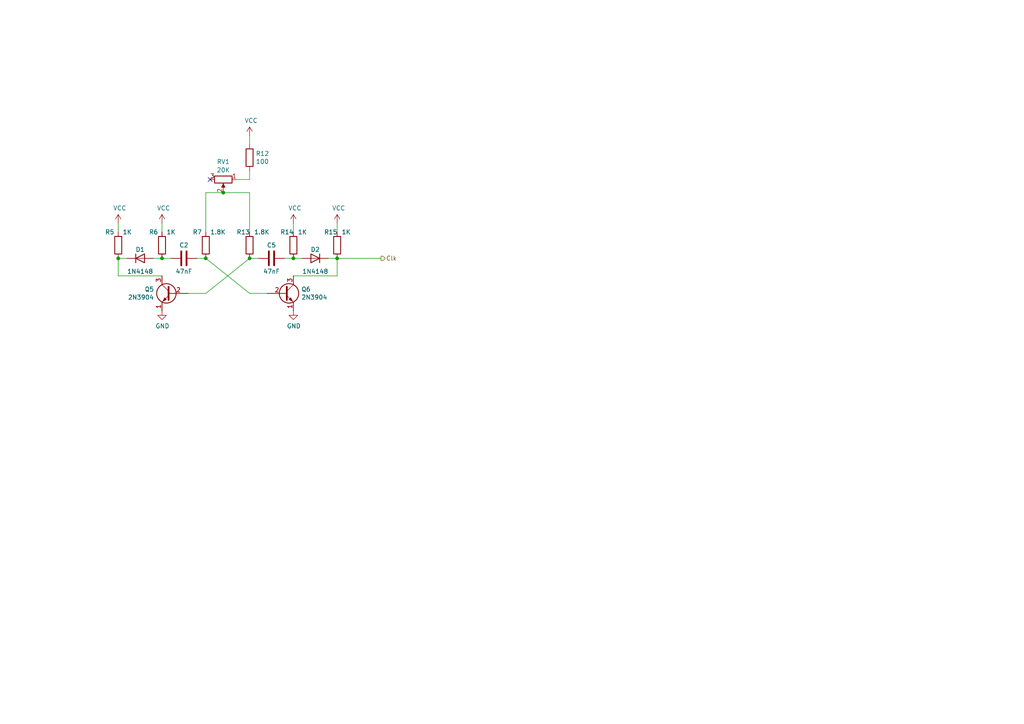
<source format=kicad_sch>
(kicad_sch (version 20230121) (generator eeschema)
  (paper "A4")
  (lib_symbols
    (symbol "Device:C" (pin_numbers hide) (pin_names (offset 0.254))
      (property "Reference" "C" (at 0.635 2.54 0))
      (property "Value" "C" (at 0.635 -2.54 0))
      (symbol "C_0_1"
        (polyline (pts (xy -2.032 -0.762) (xy 2.032 -0.762)) (stroke (width 0.508)))
        (polyline (pts (xy -2.032 0.762) (xy 2.032 0.762)) (stroke (width 0.508)))
      )
      (symbol "C_1_1"
        (pin passive line (at 0 3.81 270) (length 2.794) (name "~") (number "1"))
        (pin passive line (at 0 -3.81 90) (length 2.794) (name "~") (number "2"))
      )
    )
    (symbol "Device:D" (pin_numbers hide) (pin_names (offset 1.016) hide)
      (property "Reference" "D" (at 0 2.54 0))
      (property "Value" "D" (at 0 -2.54 0))
      (symbol "D_0_1"
        (polyline (pts (xy -1.27 1.27) (xy -1.27 -1.27)) (stroke (width 0.254)))
        (polyline (pts (xy 1.27 0) (xy -1.27 0)))
        (polyline (pts (xy 1.27 1.27) (xy 1.27 -1.27) (xy -1.27 0) (xy 1.27 1.27)) (stroke (width 0.254)))
      )
      (symbol "D_1_1"
        (pin passive line (at -3.81 0 0) (length 2.54) (name "K") (number "1"))
        (pin passive line (at 3.81 0 180) (length 2.54) (name "A") (number "2"))
      )
    )
    (symbol "Device:R" (pin_numbers hide) (pin_names (offset 0))
      (property "Reference" "R" (at 2.032 0 90))
      (property "Value" "R" (at 0 0 90))
      (symbol "R_0_1"
        (rectangle (start -1.016 -2.54) (end 1.016 2.54) (stroke (width 0.254)))
      )
      (symbol "R_1_1"
        (pin passive line (at 0 3.81 270) (length 1.27) (name "~") (number "1"))
        (pin passive line (at 0 -3.81 90) (length 1.27) (name "~") (number "2"))
      )
    )
    (symbol "Device:R_Potentiometer" (pin_names (offset 1.016) hide)
      (property "Reference" "RV" (at -4.445 0 90))
      (property "Value" "R_Potentiometer" (at -2.54 0 90))
      (symbol "R_Potentiometer_0_1"
        (polyline (pts (xy 2.54 0) (xy 1.524 0)))
        (polyline (pts (xy 1.143 0) (xy 2.286 0.508) (xy 2.286 -0.508) (xy 1.143 0)) (fill (type outline)))
        (rectangle (start 1.016 2.54) (end -1.016 -2.54) (stroke (width 0.254)))
      )
      (symbol "R_Potentiometer_1_1"
        (pin passive line (at 0 3.81 270) (length 1.27) (name "1") (number "1"))
        (pin passive line (at 3.81 0 180) (length 1.27) (name "2") (number "2"))
        (pin passive line (at 0 -3.81 90) (length 1.27) (name "3") (number "3"))
      )
    )
    (symbol "Transistor_BJT:2N3904" (pin_names (offset 0) hide)
      (property "Reference" "Q" (at 5.08 1.905 0))
      (property "Value" "2N3904" (at 5.08 0 0))
      (symbol "2N3904_0_1"
        (polyline (pts (xy 0.635 0.635) (xy 2.54 2.54)))
        (polyline (pts (xy 0.635 -0.635) (xy 2.54 -2.54) (xy 2.54 -2.54)))
        (polyline (pts (xy 0.635 1.905) (xy 0.635 -1.905) (xy 0.635 -1.905)) (stroke (width 0.508)))
        (polyline (pts (xy 1.27 -1.778) (xy 1.778 -1.27) (xy 2.286 -2.286) (xy 1.27 -1.778) (xy 1.27 -1.778)) (fill (type outline)))
        (circle (center 1.27 0) (radius 2.8194) (stroke (width 0.254)))
      )
      (symbol "2N3904_1_1"
        (pin passive line (at 2.54 -5.08 90) (length 2.54) (name "E") (number "1"))
        (pin passive line (at -5.08 0 0) (length 5.715) (name "B") (number "2"))
        (pin passive line (at 2.54 5.08 270) (length 2.54) (name "C") (number "3"))
      )
    )
    (symbol "power:GND" (power) (pin_names (offset 0))
      (property "Value" "GND" (at 0 -3.81 0))
      (symbol "GND_0_1"
        (polyline (pts (xy 0 0) (xy 0 -1.27) (xy 1.27 -1.27) (xy 0 -2.54) (xy -1.27 -1.27) (xy 0 -1.27)))
      )
      (symbol "GND_1_1"
        (pin power_in line (at 0 0 270) (length 0) hide (name "GND") (number "1"))
      )
    )
    (symbol "power:VCC" (power) (pin_names (offset 0))
      (property "Value" "VCC" (at 0 3.81 0))
      (symbol "VCC_0_1"
        (polyline (pts (xy -0.762 1.27) (xy 0 2.54)))
        (polyline (pts (xy 0 0) (xy 0 2.54)))
        (polyline (pts (xy 0 2.54) (xy 0.762 1.27)))
      )
      (symbol "VCC_1_1"
        (pin power_in line (at 0 0 90) (length 0) hide (name "VCC") (number "1"))
      )
    )
  )
  (junction (at 97.79 74.93))
  (junction (at 59.69 74.93))
  (junction (at 34.29 74.93))
  (junction (at 85.09 74.93))
  (junction (at 46.99 74.93))
  (junction (at 72.39 74.93))
  (junction (at 64.77 55.88))
  (no_connect (at 60.96 52.07))
  (wire (pts (xy 77.47 85.09) (xy 72.39 85.09)))
  (wire (pts (xy 54.61 85.09) (xy 59.69 85.09)))
  (wire (pts (xy 46.99 74.93) (xy 49.53 74.93)))
  (wire (pts (xy 97.79 67.31) (xy 97.79 64.77)))
  (wire (pts (xy 64.77 55.88) (xy 72.39 55.88)))
  (wire (pts (xy 72.39 52.07) (xy 72.39 49.53)))
  (wire (pts (xy 46.99 80.01) (xy 34.29 80.01)))
  (wire (pts (xy 44.45 74.93) (xy 46.99 74.93)))
  (wire (pts (xy 85.09 80.01) (xy 97.79 80.01)))
  (wire (pts (xy 85.09 67.31) (xy 85.09 64.77)))
  (wire (pts (xy 72.39 74.93) (xy 74.93 74.93)))
  (wire (pts (xy 34.29 74.93) (xy 36.83 74.93)))
  (wire (pts (xy 57.15 74.93) (xy 59.69 74.93)))
  (wire (pts (xy 72.39 85.09) (xy 59.69 74.93)))
  (wire (pts (xy 97.79 80.01) (xy 97.79 74.93)))
  (wire (pts (xy 46.99 67.31) (xy 46.99 64.77)))
  (wire (pts (xy 97.79 74.93) (xy 110.49 74.93)))
  (wire (pts (xy 59.69 85.09) (xy 72.39 74.93)))
  (wire (pts (xy 34.29 67.31) (xy 34.29 64.77)))
  (wire (pts (xy 59.69 55.88) (xy 64.77 55.88)))
  (wire (pts (xy 95.25 74.93) (xy 97.79 74.93)))
  (wire (pts (xy 68.58 52.07) (xy 72.39 52.07)))
  (wire (pts (xy 34.29 80.01) (xy 34.29 74.93)))
  (wire (pts (xy 82.55 74.93) (xy 85.09 74.93)))
  (wire (pts (xy 85.09 74.93) (xy 87.63 74.93)))
  (wire (pts (xy 72.39 41.91) (xy 72.39 39.37)))
  (wire (pts (xy 72.39 67.31) (xy 72.39 55.88)))
  (wire (pts (xy 59.69 67.31) (xy 59.69 55.88)))
  (hierarchical_label "Clk" (shape output) (at 110.49 74.93 0))
  (symbol (lib_id "power:VCC") (at 34.29 64.77 0) (unit 1)
    (property "Reference" "#PWR0113" (effects hide))
    (property "Value" "VCC" (at 34.7218 60.3758 0))
  )
  (symbol (lib_id "power:VCC") (at 46.99 64.77 0) (unit 1)
    (property "Reference" "#PWR0114" (effects hide))
    (property "Value" "VCC" (at 47.4218 60.3758 0))
  )
  (symbol (lib_id "power:VCC") (at 72.39 39.37 0) (unit 1)
    (property "Reference" "#PWR0115" (effects hide))
    (property "Value" "VCC" (at 72.8218 34.9758 0))
  )
  (symbol (lib_id "power:VCC") (at 85.09 64.77 0) (unit 1)
    (property "Reference" "#PWR0122" (effects hide))
    (property "Value" "VCC" (at 85.5218 60.3758 0))
  )
  (symbol (lib_id "power:VCC") (at 97.79 64.77 0) (unit 1)
    (property "Reference" "#PWR0123" (effects hide))
    (property "Value" "VCC" (at 98.2218 60.3758 0))
  )
  (symbol (lib_id "Device:R") (at 34.29 71.12 0) (unit 1)
    (property "Reference" "R5" (at 30.48 67.31 0) (effects (justify left)))
    (property "Value" "1K" (at 35.56 67.31 0) (effects (justify left)))
    (property "Footprint" "Resistor_THT:R_Axial_DIN0309_L9.0mm_D3.2mm_P12.70mm_Horizontal" (effects hide))
  )
  (symbol (lib_id "Device:R") (at 46.99 71.12 0) (unit 1)
    (property "Reference" "R6" (at 43.18 67.31 0) (effects (justify left)))
    (property "Value" "1K" (at 48.26 67.31 0) (effects (justify left)))
    (property "Footprint" "Resistor_THT:R_Axial_DIN0309_L9.0mm_D3.2mm_P12.70mm_Horizontal" (effects hide))
  )
  (symbol (lib_id "Device:R") (at 85.09 71.12 0) (unit 1)
    (property "Reference" "R14" (at 81.28 67.31 0) (effects (justify left)))
    (property "Value" "1K" (at 86.36 67.31 0) (effects (justify left)))
    (property "Footprint" "Resistor_THT:R_Axial_DIN0309_L9.0mm_D3.2mm_P12.70mm_Horizontal" (effects hide))
  )
  (symbol (lib_id "Device:R") (at 97.79 71.12 0) (unit 1)
    (property "Reference" "R15" (at 93.98 67.31 0) (effects (justify left)))
    (property "Value" "1K" (at 99.06 67.31 0) (effects (justify left)))
    (property "Footprint" "Resistor_THT:R_Axial_DIN0309_L9.0mm_D3.2mm_P12.70mm_Horizontal" (effects hide))
  )
  (symbol (lib_id "Device:R") (at 72.39 45.72 0) (unit 1)
    (property "Reference" "R12" (at 74.168 44.5516 0) (effects (justify left)))
    (property "Value" "100" (at 74.168 46.863 0) (effects (justify left)))
    (property "Footprint" "Resistor_THT:R_Axial_DIN0309_L9.0mm_D3.2mm_P12.70mm_Horizontal" (effects hide))
  )
  (symbol (lib_id "Device:R") (at 59.69 71.12 0) (unit 1)
    (property "Reference" "R7" (at 55.88 67.31 0) (effects (justify left)))
    (property "Value" "1.8K" (at 60.96 67.31 0) (effects (justify left)))
    (property "Footprint" "Resistor_THT:R_Axial_DIN0309_L9.0mm_D3.2mm_P12.70mm_Horizontal" (effects hide))
  )
  (symbol (lib_id "Device:R") (at 72.39 71.12 0) (unit 1)
    (property "Reference" "R13" (at 68.58 67.31 0) (effects (justify left)))
    (property "Value" "1.8K" (at 73.66 67.31 0) (effects (justify left)))
    (property "Footprint" "Resistor_THT:R_Axial_DIN0309_L9.0mm_D3.2mm_P12.70mm_Horizontal" (effects hide))
  )
  (symbol (lib_id "Device:D") (at 40.64 74.93 0) (unit 1)
    (property "Reference" "D1" (at 40.64 72.39 0))
    (property "Value" "1N4148" (at 40.64 78.74 0))
    (property "Footprint" "Diode_THT:D_DO-35_SOD27_P7.62mm_Horizontal" (effects hide))
  )
  (symbol (lib_id "Device:D") (at 91.44 74.93 180) (unit 1)
    (property "Reference" "D2" (at 91.44 72.39 0))
    (property "Value" "1N4148" (at 91.44 78.74 0))
    (property "Footprint" "Diode_THT:D_DO-35_SOD27_P7.62mm_Horizontal" (effects hide))
  )
  (symbol (lib_id "Device:C") (at 78.74 74.93 270) (unit 1)
    (property "Reference" "C5" (at 78.74 71.12 90))
    (property "Value" "47nF" (at 78.74 78.74 90))
    (property "Footprint" "Capacitor_THT:C_Disc_D4.3mm_W1.9mm_P5.00mm" (effects hide))
  )
  (symbol (lib_id "Device:C") (at 53.34 74.93 270) (unit 1)
    (property "Reference" "C2" (at 53.34 71.12 90))
    (property "Value" "47nF" (at 53.34 78.74 90))
    (property "Footprint" "Capacitor_THT:C_Disc_D4.3mm_W1.9mm_P5.00mm" (effects hide))
  )
  (symbol (lib_id "power:GND") (at 46.99 90.17 0) (unit 1)
    (property "Reference" "#PWR0124" (effects hide))
    (property "Value" "GND" (at 47.117 94.5642 0))
  )
  (symbol (lib_id "power:GND") (at 85.09 90.17 0) (unit 1)
    (property "Reference" "#PWR0125" (effects hide))
    (property "Value" "GND" (at 85.217 94.5642 0))
  )
  (symbol (lib_id "Transistor_BJT:2N3904") (at 82.55 85.09 0) (unit 1)
    (property "Reference" "Q6" (at 87.376 83.9216 0) (effects (justify left)))
    (property "Value" "2N3904" (at 87.376 86.233 0) (effects (justify left)))
    (property "Footprint" "Package_TO_SOT_THT:TO-92_Inline" (effects hide))
    (property "Datasheet" "https://www.fairchildsemi.com/datasheets/2N/2N3904.pdf" (effects hide))
  )
  (symbol (lib_id "Transistor_BJT:2N3904") (at 49.53 85.09 0) (mirror y) (unit 1)
    (property "Reference" "Q5" (at 44.6786 83.9216 0) (effects (justify left)))
    (property "Value" "2N3904" (at 44.6786 86.233 0) (effects (justify left)))
    (property "Footprint" "Package_TO_SOT_THT:TO-92_Inline" (effects hide))
    (property "Datasheet" "https://www.fairchildsemi.com/datasheets/2N/2N3904.pdf" (effects hide))
  )
  (symbol (lib_id "Device:R_Potentiometer") (at 64.77 52.07 270) (unit 1)
    (property "Reference" "RV1" (at 64.77 46.9097 90))
    (property "Value" "20K" (at 64.77 49.3339 90))
    (property "Footprint" "Potentiometer_THT:Potentiometer_ACP_CA9-H5_Horizontal" (effects hide))
  )
)
</source>
